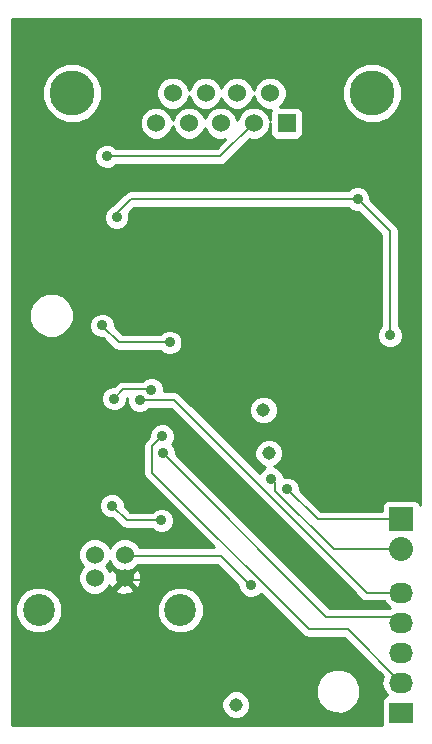
<source format=gbl>
%FSLAX46Y46*%
G04 Gerber Fmt 4.6, Leading zero omitted, Abs format (unit mm)*
G04 Created by KiCad (PCBNEW (2014-10-22 BZR 5216)-product) date Tue 10 Feb 2015 01:20:12 PM EST*
%MOMM*%
G01*
G04 APERTURE LIST*
%ADD10C,0.100000*%
%ADD11C,3.810000*%
%ADD12R,1.524000X1.524000*%
%ADD13C,1.524000*%
%ADD14R,2.032000X2.032000*%
%ADD15O,2.032000X2.032000*%
%ADD16C,2.700020*%
%ADD17R,2.032000X1.727200*%
%ADD18O,2.032000X1.727200*%
%ADD19C,1.143000*%
%ADD20C,0.889000*%
%ADD21C,0.203200*%
%ADD22C,0.254000*%
G04 APERTURE END LIST*
D10*
D11*
X155527000Y-97630000D03*
X130127000Y-97630000D03*
D12*
X148288000Y-100170000D03*
D13*
X145494000Y-100170000D03*
X142700000Y-100170000D03*
X140033000Y-100170000D03*
X137239000Y-100170000D03*
X138636000Y-97630000D03*
X141430000Y-97630000D03*
X144097000Y-97630000D03*
X146891000Y-97630000D03*
D14*
X158000000Y-133730000D03*
D15*
X158000000Y-136270000D03*
D13*
X134570000Y-136701000D03*
X132030000Y-136701000D03*
X132030000Y-138699980D03*
X134570000Y-138699980D03*
D16*
X139299480Y-141400000D03*
X127300520Y-141400000D03*
D17*
X158000000Y-150080000D03*
D18*
X158000000Y-147540000D03*
X158000000Y-145000000D03*
X158000000Y-142460000D03*
X158000000Y-139920000D03*
D19*
X143984500Y-149409000D03*
X146778500Y-128136500D03*
X146334000Y-124453500D03*
D20*
X136834400Y-122739000D03*
X133684800Y-123501000D03*
X133507000Y-132568800D03*
X137698000Y-133813400D03*
X148366000Y-131184500D03*
X132675000Y-117300000D03*
X138396500Y-118738500D03*
X145200000Y-142900000D03*
X148100000Y-143059000D03*
X137647200Y-132264000D03*
X133275000Y-114425000D03*
X143050000Y-111150000D03*
X131550000Y-130125000D03*
X145275000Y-139300000D03*
X137825000Y-128136500D03*
X137761500Y-126676000D03*
X146969000Y-130295500D03*
X133100000Y-103000000D03*
X157050000Y-118150000D03*
X154300000Y-106600000D03*
X133900000Y-108150000D03*
X135856500Y-123628000D03*
D21*
X136834400Y-122739000D02*
X136809000Y-122713600D01*
X136809000Y-122713600D02*
X134472200Y-122713600D01*
X134472200Y-122713600D02*
X133684800Y-123501000D01*
X133507000Y-132568800D02*
X134751600Y-133813400D01*
X134751600Y-133813400D02*
X137698000Y-133813400D01*
X150911500Y-133730000D02*
X148366000Y-131184500D01*
X158000000Y-133730000D02*
X150911500Y-133730000D01*
X134113500Y-118738500D02*
X132775000Y-117400000D01*
X132775000Y-117400000D02*
X132675000Y-117300000D01*
X138396500Y-118738500D02*
X134113500Y-118738500D01*
X141220980Y-138834980D02*
X145200000Y-142814000D01*
X134523000Y-138834980D02*
X141220980Y-138834980D01*
X148100000Y-143059000D02*
X148112000Y-143059000D01*
X145200000Y-142814000D02*
X145445000Y-143059000D01*
X145445000Y-143059000D02*
X148100000Y-143059000D01*
X145200000Y-142900000D02*
X145200000Y-142814000D01*
X145243000Y-142857000D02*
X145200000Y-142900000D01*
X145200000Y-142900000D02*
X145243000Y-142857000D01*
X141300000Y-114400000D02*
X141250000Y-114400000D01*
X141250000Y-114400000D02*
X133300000Y-114400000D01*
X133275000Y-114425000D02*
X133300000Y-114400000D01*
X141725000Y-114400000D02*
X141250000Y-114400000D01*
X143050000Y-113075000D02*
X143050000Y-111150000D01*
X141725000Y-114400000D02*
X143050000Y-113075000D01*
X131550000Y-130125000D02*
X131925000Y-129750000D01*
X131925000Y-129750000D02*
X135133200Y-129750000D01*
X135133200Y-129750000D02*
X137647200Y-132264000D01*
X145178500Y-139300000D02*
X142714500Y-136836000D01*
X134523000Y-136836000D02*
X142714500Y-136836000D01*
X145275000Y-139300000D02*
X145178500Y-139300000D01*
X157519500Y-141979500D02*
X158000000Y-142460000D01*
X151668000Y-141979500D02*
X137825000Y-128136500D01*
X157519500Y-141979500D02*
X151668000Y-141979500D01*
X136900000Y-127537500D02*
X137761500Y-126676000D01*
X136900000Y-129300000D02*
X136900000Y-127537500D01*
X136900000Y-129300000D02*
X136900000Y-129300000D01*
X158000000Y-147540000D02*
X157682500Y-147540000D01*
X136900000Y-129775000D02*
X150150000Y-143025000D01*
X150150000Y-143025000D02*
X153485000Y-143025000D01*
X153485000Y-143025000D02*
X158000000Y-147540000D01*
X136900000Y-129300000D02*
X136900000Y-129775000D01*
X152308500Y-136270000D02*
X147350000Y-131311500D01*
X147350000Y-130676500D02*
X147350000Y-131311500D01*
X146969000Y-130295500D02*
X147350000Y-130676500D01*
X158000000Y-136270000D02*
X152308500Y-136270000D01*
X142664000Y-103000000D02*
X145494000Y-100170000D01*
X133100000Y-103000000D02*
X142664000Y-103000000D01*
X157050000Y-111750000D02*
X157050000Y-109350000D01*
X157050000Y-118150000D02*
X157050000Y-111750000D01*
X157050000Y-109350000D02*
X154300000Y-106600000D01*
X135100000Y-106600000D02*
X154300000Y-106600000D01*
X133900000Y-108150000D02*
X133900000Y-107800000D01*
X133900000Y-107800000D02*
X135100000Y-106600000D01*
X138777500Y-123628000D02*
X135856500Y-123628000D01*
X152500000Y-137350500D02*
X138777500Y-123628000D01*
X152493500Y-137344000D02*
X152500000Y-137350500D01*
X155069500Y-139920000D02*
X154569500Y-139420000D01*
X154569500Y-139420000D02*
X152500000Y-137350500D01*
X158000000Y-139920000D02*
X155069500Y-139920000D01*
D22*
G36*
X158147000Y-145127000D02*
X158127000Y-145127000D01*
X158127000Y-145147000D01*
X157873000Y-145147000D01*
X157873000Y-145127000D01*
X157853000Y-145127000D01*
X157853000Y-144873000D01*
X157873000Y-144873000D01*
X157873000Y-144853000D01*
X158127000Y-144853000D01*
X158127000Y-144873000D01*
X158147000Y-144873000D01*
X158147000Y-145127000D01*
X158147000Y-145127000D01*
G37*
X158147000Y-145127000D02*
X158127000Y-145127000D01*
X158127000Y-145147000D01*
X157873000Y-145147000D01*
X157873000Y-145127000D01*
X157853000Y-145127000D01*
X157853000Y-144873000D01*
X157873000Y-144873000D01*
X157873000Y-144853000D01*
X158127000Y-144853000D01*
X158127000Y-144873000D01*
X158147000Y-144873000D01*
X158147000Y-145127000D01*
G36*
X159615000Y-132500779D02*
X159554327Y-132354302D01*
X159375699Y-132175673D01*
X159142310Y-132079000D01*
X158889691Y-132079000D01*
X158129687Y-132079000D01*
X158129687Y-117936216D01*
X158067440Y-117785566D01*
X158067440Y-97126979D01*
X157681563Y-96193085D01*
X156967673Y-95477948D01*
X156034454Y-95090441D01*
X155023979Y-95089560D01*
X154090085Y-95475437D01*
X153374948Y-96189327D01*
X152987441Y-97122546D01*
X152986560Y-98133021D01*
X153372437Y-99066915D01*
X154086327Y-99782052D01*
X155019546Y-100169559D01*
X156030021Y-100170440D01*
X156963915Y-99784563D01*
X157679052Y-99070673D01*
X158066559Y-98137454D01*
X158067440Y-97126979D01*
X158067440Y-117785566D01*
X157965689Y-117539311D01*
X157786600Y-117359909D01*
X157786600Y-111750000D01*
X157786600Y-109350000D01*
X157730530Y-109068115D01*
X157570855Y-108829145D01*
X155379467Y-106637757D01*
X155379687Y-106386216D01*
X155215689Y-105989311D01*
X154912286Y-105685378D01*
X154515668Y-105520687D01*
X154086216Y-105520313D01*
X153689311Y-105684311D01*
X153509909Y-105863400D01*
X149685000Y-105863400D01*
X149685000Y-101058310D01*
X149685000Y-100805691D01*
X149685000Y-99281691D01*
X149588327Y-99048302D01*
X149409699Y-98869673D01*
X149176310Y-98773000D01*
X148923691Y-98773000D01*
X147723386Y-98773000D01*
X148074629Y-98422370D01*
X148287757Y-97909100D01*
X148288242Y-97353339D01*
X148076010Y-96839697D01*
X147683370Y-96446371D01*
X147170100Y-96233243D01*
X146614339Y-96232758D01*
X146100697Y-96444990D01*
X145707371Y-96837630D01*
X145494243Y-97350900D01*
X145494240Y-97353336D01*
X145282010Y-96839697D01*
X144889370Y-96446371D01*
X144376100Y-96233243D01*
X143820339Y-96232758D01*
X143306697Y-96444990D01*
X142913371Y-96837630D01*
X142763394Y-97198814D01*
X142615010Y-96839697D01*
X142222370Y-96446371D01*
X141709100Y-96233243D01*
X141153339Y-96232758D01*
X140639697Y-96444990D01*
X140246371Y-96837630D01*
X140033243Y-97350900D01*
X140033240Y-97353336D01*
X139821010Y-96839697D01*
X139428370Y-96446371D01*
X138915100Y-96233243D01*
X138359339Y-96232758D01*
X137845697Y-96444990D01*
X137452371Y-96837630D01*
X137239243Y-97350900D01*
X137238758Y-97906661D01*
X137450990Y-98420303D01*
X137843630Y-98813629D01*
X138356900Y-99026757D01*
X138912661Y-99027242D01*
X139426303Y-98815010D01*
X139819629Y-98422370D01*
X140032757Y-97909100D01*
X140032759Y-97906663D01*
X140244990Y-98420303D01*
X140637630Y-98813629D01*
X141150900Y-99026757D01*
X141706661Y-99027242D01*
X142220303Y-98815010D01*
X142613629Y-98422370D01*
X142763605Y-98061185D01*
X142911990Y-98420303D01*
X143304630Y-98813629D01*
X143817900Y-99026757D01*
X144373661Y-99027242D01*
X144887303Y-98815010D01*
X145280629Y-98422370D01*
X145493757Y-97909100D01*
X145493759Y-97906663D01*
X145705990Y-98420303D01*
X146098630Y-98813629D01*
X146611900Y-99026757D01*
X147008870Y-99027103D01*
X146987673Y-99048301D01*
X146891000Y-99281690D01*
X146891000Y-99534309D01*
X146891000Y-99892753D01*
X146679010Y-99379697D01*
X146286370Y-98986371D01*
X145773100Y-98773243D01*
X145217339Y-98772758D01*
X144703697Y-98984990D01*
X144310371Y-99377630D01*
X144097243Y-99890900D01*
X144097240Y-99893336D01*
X143885010Y-99379697D01*
X143492370Y-98986371D01*
X142979100Y-98773243D01*
X142423339Y-98772758D01*
X141909697Y-98984990D01*
X141516371Y-99377630D01*
X141366394Y-99738814D01*
X141218010Y-99379697D01*
X140825370Y-98986371D01*
X140312100Y-98773243D01*
X139756339Y-98772758D01*
X139242697Y-98984990D01*
X138849371Y-99377630D01*
X138636243Y-99890900D01*
X138636240Y-99893336D01*
X138424010Y-99379697D01*
X138031370Y-98986371D01*
X137518100Y-98773243D01*
X136962339Y-98772758D01*
X136448697Y-98984990D01*
X136055371Y-99377630D01*
X135842243Y-99890900D01*
X135841758Y-100446661D01*
X136053990Y-100960303D01*
X136446630Y-101353629D01*
X136959900Y-101566757D01*
X137515661Y-101567242D01*
X138029303Y-101355010D01*
X138422629Y-100962370D01*
X138635757Y-100449100D01*
X138635759Y-100446663D01*
X138847990Y-100960303D01*
X139240630Y-101353629D01*
X139753900Y-101566757D01*
X140309661Y-101567242D01*
X140823303Y-101355010D01*
X141216629Y-100962370D01*
X141366605Y-100601185D01*
X141514990Y-100960303D01*
X141907630Y-101353629D01*
X142420900Y-101566757D01*
X142976661Y-101567242D01*
X143110242Y-101512047D01*
X142358890Y-102263400D01*
X133889997Y-102263400D01*
X133712286Y-102085378D01*
X133315668Y-101920687D01*
X132886216Y-101920313D01*
X132667440Y-102010709D01*
X132667440Y-97126979D01*
X132281563Y-96193085D01*
X131567673Y-95477948D01*
X130634454Y-95090441D01*
X129623979Y-95089560D01*
X128690085Y-95475437D01*
X127974948Y-96189327D01*
X127587441Y-97122546D01*
X127586560Y-98133021D01*
X127972437Y-99066915D01*
X128686327Y-99782052D01*
X129619546Y-100169559D01*
X130630021Y-100170440D01*
X131563915Y-99784563D01*
X132279052Y-99070673D01*
X132666559Y-98137454D01*
X132667440Y-97126979D01*
X132667440Y-102010709D01*
X132489311Y-102084311D01*
X132185378Y-102387714D01*
X132020687Y-102784332D01*
X132020313Y-103213784D01*
X132184311Y-103610689D01*
X132487714Y-103914622D01*
X132884332Y-104079313D01*
X133313784Y-104079687D01*
X133710689Y-103915689D01*
X133890090Y-103736600D01*
X142664000Y-103736600D01*
X142945885Y-103680530D01*
X143184855Y-103520855D01*
X145161236Y-101544473D01*
X145214900Y-101566757D01*
X145770661Y-101567242D01*
X146284303Y-101355010D01*
X146677629Y-100962370D01*
X146890757Y-100449100D01*
X146891000Y-100170646D01*
X146891000Y-101058309D01*
X146987673Y-101291698D01*
X147166301Y-101470327D01*
X147399690Y-101567000D01*
X147652309Y-101567000D01*
X149176309Y-101567000D01*
X149409698Y-101470327D01*
X149588327Y-101291699D01*
X149685000Y-101058310D01*
X149685000Y-105863400D01*
X135100000Y-105863400D01*
X134818115Y-105919470D01*
X134579145Y-106079145D01*
X133518803Y-107139486D01*
X133289311Y-107234311D01*
X132985378Y-107537714D01*
X132820687Y-107934332D01*
X132820313Y-108363784D01*
X132984311Y-108760689D01*
X133287714Y-109064622D01*
X133684332Y-109229313D01*
X134113784Y-109229687D01*
X134510689Y-109065689D01*
X134814622Y-108762286D01*
X134979313Y-108365668D01*
X134979687Y-107936216D01*
X134928756Y-107812953D01*
X135405110Y-107336600D01*
X153510002Y-107336600D01*
X153687714Y-107514622D01*
X154084332Y-107679313D01*
X154337823Y-107679533D01*
X156313400Y-109655110D01*
X156313400Y-111750000D01*
X156313400Y-117360002D01*
X156135378Y-117537714D01*
X155970687Y-117934332D01*
X155970313Y-118363784D01*
X156134311Y-118760689D01*
X156437714Y-119064622D01*
X156834332Y-119229313D01*
X157263784Y-119229687D01*
X157660689Y-119065689D01*
X157964622Y-118762286D01*
X158129313Y-118365668D01*
X158129687Y-117936216D01*
X158129687Y-132079000D01*
X156857691Y-132079000D01*
X156624302Y-132175673D01*
X156445673Y-132354301D01*
X156349000Y-132587690D01*
X156349000Y-132840309D01*
X156349000Y-132993400D01*
X151216610Y-132993400D01*
X149445467Y-131222257D01*
X149445687Y-130970716D01*
X149281689Y-130573811D01*
X148978286Y-130269878D01*
X148581668Y-130105187D01*
X148152216Y-130104813D01*
X148048629Y-130147614D01*
X148048687Y-130081716D01*
X147884689Y-129684811D01*
X147581286Y-129380878D01*
X147254587Y-129245220D01*
X147461035Y-129159918D01*
X147800725Y-128820820D01*
X147984790Y-128377541D01*
X147985209Y-127897565D01*
X147801918Y-127453965D01*
X147540709Y-127192299D01*
X147540709Y-124214565D01*
X147357418Y-123770965D01*
X147018320Y-123431275D01*
X146575041Y-123247210D01*
X146095065Y-123246791D01*
X145651465Y-123430082D01*
X145311775Y-123769180D01*
X145127710Y-124212459D01*
X145127291Y-124692435D01*
X145310582Y-125136035D01*
X145649680Y-125475725D01*
X146092959Y-125659790D01*
X146572935Y-125660209D01*
X147016535Y-125476918D01*
X147356225Y-125137820D01*
X147540290Y-124694541D01*
X147540709Y-124214565D01*
X147540709Y-127192299D01*
X147462820Y-127114275D01*
X147019541Y-126930210D01*
X146539565Y-126929791D01*
X146095965Y-127113082D01*
X145756275Y-127452180D01*
X145572210Y-127895459D01*
X145571791Y-128375435D01*
X145755082Y-128819035D01*
X146094180Y-129158725D01*
X146492794Y-129324243D01*
X146358311Y-129379811D01*
X146054378Y-129683214D01*
X146001578Y-129810368D01*
X139476187Y-123284977D01*
X139476187Y-118524716D01*
X139312189Y-118127811D01*
X139008786Y-117823878D01*
X138612168Y-117659187D01*
X138182716Y-117658813D01*
X137785811Y-117822811D01*
X137606409Y-118001900D01*
X134418609Y-118001900D01*
X133754467Y-117337757D01*
X133754687Y-117086216D01*
X133590689Y-116689311D01*
X133287286Y-116385378D01*
X132890668Y-116220687D01*
X132461216Y-116220313D01*
X132064311Y-116384311D01*
X131760378Y-116687714D01*
X131595687Y-117084332D01*
X131595313Y-117513784D01*
X131759311Y-117910689D01*
X132062714Y-118214622D01*
X132459332Y-118379313D01*
X132712823Y-118379533D01*
X133592645Y-119259355D01*
X133831615Y-119419030D01*
X133831616Y-119419030D01*
X134113500Y-119475100D01*
X137606502Y-119475100D01*
X137784214Y-119653122D01*
X138180832Y-119817813D01*
X138610284Y-119818187D01*
X139007189Y-119654189D01*
X139311122Y-119350786D01*
X139475813Y-118954168D01*
X139476187Y-118524716D01*
X139476187Y-123284977D01*
X139298355Y-123107145D01*
X139059385Y-122947470D01*
X138777500Y-122891400D01*
X137913768Y-122891400D01*
X137914087Y-122525216D01*
X137750089Y-122128311D01*
X137446686Y-121824378D01*
X137050068Y-121659687D01*
X136620616Y-121659313D01*
X136223711Y-121823311D01*
X136069753Y-121977000D01*
X134472200Y-121977000D01*
X134190315Y-122033070D01*
X133951345Y-122192745D01*
X133722557Y-122421532D01*
X133471016Y-122421313D01*
X133074111Y-122585311D01*
X132770178Y-122888714D01*
X132605487Y-123285332D01*
X132605113Y-123714784D01*
X132769111Y-124111689D01*
X133072514Y-124415622D01*
X133469132Y-124580313D01*
X133898584Y-124580687D01*
X134295489Y-124416689D01*
X134599422Y-124113286D01*
X134764113Y-123716668D01*
X134764333Y-123463176D01*
X134777153Y-123450356D01*
X134776813Y-123841784D01*
X134940811Y-124238689D01*
X135244214Y-124542622D01*
X135640832Y-124707313D01*
X136070284Y-124707687D01*
X136467189Y-124543689D01*
X136646590Y-124364600D01*
X138472390Y-124364600D01*
X151972644Y-137864854D01*
X151972645Y-137864855D01*
X151979145Y-137871355D01*
X154048645Y-139940855D01*
X154548645Y-140440855D01*
X154787615Y-140600530D01*
X154787616Y-140600530D01*
X155069500Y-140656600D01*
X156539716Y-140656600D01*
X156755585Y-140979670D01*
X157070365Y-141190000D01*
X156991195Y-141242900D01*
X151973110Y-141242900D01*
X138904467Y-128174257D01*
X138904687Y-127922716D01*
X138740689Y-127525811D01*
X138589699Y-127374557D01*
X138676122Y-127288286D01*
X138840813Y-126891668D01*
X138841187Y-126462216D01*
X138677189Y-126065311D01*
X138373786Y-125761378D01*
X137977168Y-125596687D01*
X137547716Y-125596313D01*
X137150811Y-125760311D01*
X136846878Y-126063714D01*
X136682187Y-126460332D01*
X136681966Y-126713823D01*
X136379145Y-127016645D01*
X136219470Y-127255615D01*
X136163400Y-127537500D01*
X136163400Y-129300000D01*
X136163400Y-129775000D01*
X136219470Y-130056885D01*
X136379145Y-130295855D01*
X142182690Y-136099400D01*
X138777687Y-136099400D01*
X138777687Y-133599616D01*
X138613689Y-133202711D01*
X138310286Y-132898778D01*
X137913668Y-132734087D01*
X137484216Y-132733713D01*
X137087311Y-132897711D01*
X136907909Y-133076800D01*
X135056710Y-133076800D01*
X134586467Y-132606557D01*
X134586687Y-132355016D01*
X134422689Y-131958111D01*
X134119286Y-131654178D01*
X133722668Y-131489487D01*
X133293216Y-131489113D01*
X132896311Y-131653111D01*
X132592378Y-131956514D01*
X132427687Y-132353132D01*
X132427313Y-132782584D01*
X132591311Y-133179489D01*
X132894714Y-133483422D01*
X133291332Y-133648113D01*
X133544823Y-133648333D01*
X134230745Y-134334255D01*
X134469715Y-134493930D01*
X134751600Y-134550000D01*
X136908002Y-134550000D01*
X137085714Y-134728022D01*
X137482332Y-134892713D01*
X137911784Y-134893087D01*
X138308689Y-134729089D01*
X138612622Y-134425686D01*
X138777313Y-134029068D01*
X138777687Y-133599616D01*
X138777687Y-136099400D01*
X135832980Y-136099400D01*
X135755010Y-135910697D01*
X135362370Y-135517371D01*
X134849100Y-135304243D01*
X134293339Y-135303758D01*
X133779697Y-135515990D01*
X133386371Y-135908630D01*
X133300050Y-136116512D01*
X133215010Y-135910697D01*
X132822370Y-135517371D01*
X132309100Y-135304243D01*
X131753339Y-135303758D01*
X131239697Y-135515990D01*
X130846371Y-135908630D01*
X130633243Y-136421900D01*
X130632758Y-136977661D01*
X130844990Y-137491303D01*
X131053832Y-137700510D01*
X130846371Y-137907610D01*
X130633243Y-138420880D01*
X130632758Y-138976641D01*
X130844990Y-139490283D01*
X131237630Y-139883609D01*
X131750900Y-140096737D01*
X132306661Y-140097222D01*
X132820303Y-139884990D01*
X133213629Y-139492350D01*
X133293394Y-139300252D01*
X133347603Y-139431123D01*
X133589787Y-139500588D01*
X134390395Y-138699980D01*
X133589787Y-137899372D01*
X133347603Y-137968837D01*
X133297491Y-138109297D01*
X133215010Y-137909677D01*
X133006167Y-137700469D01*
X133213629Y-137493370D01*
X133299949Y-137285487D01*
X133384990Y-137491303D01*
X133777630Y-137884629D01*
X134045471Y-137995846D01*
X134570000Y-138520375D01*
X135094564Y-137995810D01*
X135360303Y-137886010D01*
X135674260Y-137572600D01*
X142409390Y-137572600D01*
X144195448Y-139358658D01*
X144195313Y-139513784D01*
X144359311Y-139910689D01*
X144662714Y-140214622D01*
X145059332Y-140379313D01*
X145488784Y-140379687D01*
X145885689Y-140215689D01*
X146092514Y-140009224D01*
X149629145Y-143545855D01*
X149868115Y-143705530D01*
X149868116Y-143705530D01*
X150150000Y-143761600D01*
X153179889Y-143761600D01*
X156423109Y-147004819D01*
X156316655Y-147540000D01*
X156430729Y-148113489D01*
X156755585Y-148599670D01*
X156777780Y-148614500D01*
X156624302Y-148678073D01*
X156445673Y-148856701D01*
X156349000Y-149090090D01*
X156349000Y-149342709D01*
X156349000Y-151069909D01*
X156367677Y-151115000D01*
X154535006Y-151115000D01*
X154535006Y-147901759D01*
X154248686Y-147208809D01*
X153718979Y-146678178D01*
X153026531Y-146390648D01*
X152276759Y-146389994D01*
X151583809Y-146676314D01*
X151053178Y-147206021D01*
X150765648Y-147898469D01*
X150764994Y-148648241D01*
X151051314Y-149341191D01*
X151581021Y-149871822D01*
X152273469Y-150159352D01*
X153023241Y-150160006D01*
X153716191Y-149873686D01*
X154246822Y-149343979D01*
X154534352Y-148651531D01*
X154535006Y-147901759D01*
X154535006Y-151115000D01*
X145191209Y-151115000D01*
X145191209Y-149170065D01*
X145007918Y-148726465D01*
X144668820Y-148386775D01*
X144225541Y-148202710D01*
X143745565Y-148202291D01*
X143301965Y-148385582D01*
X142962275Y-148724680D01*
X142778210Y-149167959D01*
X142777791Y-149647935D01*
X142961082Y-150091535D01*
X143300180Y-150431225D01*
X143743459Y-150615290D01*
X144223435Y-150615709D01*
X144667035Y-150432418D01*
X145006725Y-150093320D01*
X145190790Y-149650041D01*
X145191209Y-149170065D01*
X145191209Y-151115000D01*
X141284834Y-151115000D01*
X141284834Y-141006889D01*
X140983271Y-140277051D01*
X140425366Y-139718171D01*
X139696055Y-139415335D01*
X138906369Y-139414646D01*
X138176531Y-139716209D01*
X137617651Y-140274114D01*
X137314815Y-141003425D01*
X137314126Y-141793111D01*
X137615689Y-142522949D01*
X138173594Y-143081829D01*
X138902905Y-143384665D01*
X139692591Y-143385354D01*
X140422429Y-143083791D01*
X140981309Y-142525886D01*
X141284145Y-141796575D01*
X141284834Y-141006889D01*
X141284834Y-151115000D01*
X135979144Y-151115000D01*
X135979144Y-138907678D01*
X135951362Y-138352612D01*
X135792397Y-137968837D01*
X135550213Y-137899372D01*
X134749605Y-138699980D01*
X135550213Y-139500588D01*
X135792397Y-139431123D01*
X135979144Y-138907678D01*
X135979144Y-151115000D01*
X135370608Y-151115000D01*
X135370608Y-139680193D01*
X134570000Y-138879585D01*
X133769392Y-139680193D01*
X133838857Y-139922377D01*
X134362302Y-140109124D01*
X134917368Y-140081342D01*
X135301143Y-139922377D01*
X135370608Y-139680193D01*
X135370608Y-151115000D01*
X130260006Y-151115000D01*
X130260006Y-116076759D01*
X129973686Y-115383809D01*
X129443979Y-114853178D01*
X128751531Y-114565648D01*
X128001759Y-114564994D01*
X127308809Y-114851314D01*
X126778178Y-115381021D01*
X126490648Y-116073469D01*
X126489994Y-116823241D01*
X126776314Y-117516191D01*
X127306021Y-118046822D01*
X127998469Y-118334352D01*
X128748241Y-118335006D01*
X129441191Y-118048686D01*
X129971822Y-117518979D01*
X130259352Y-116826531D01*
X130260006Y-116076759D01*
X130260006Y-151115000D01*
X129285874Y-151115000D01*
X129285874Y-141006889D01*
X128984311Y-140277051D01*
X128426406Y-139718171D01*
X127697095Y-139415335D01*
X126907409Y-139414646D01*
X126177571Y-139716209D01*
X125618691Y-140274114D01*
X125315855Y-141003425D01*
X125315166Y-141793111D01*
X125616729Y-142522949D01*
X126174634Y-143081829D01*
X126903945Y-143384665D01*
X127693631Y-143385354D01*
X128423469Y-143083791D01*
X128982349Y-142525886D01*
X129285185Y-141796575D01*
X129285874Y-141006889D01*
X129285874Y-151115000D01*
X125027000Y-151115000D01*
X125027000Y-91385000D01*
X159615000Y-91385000D01*
X159615000Y-132500779D01*
X159615000Y-132500779D01*
G37*
X159615000Y-132500779D02*
X159554327Y-132354302D01*
X159375699Y-132175673D01*
X159142310Y-132079000D01*
X158889691Y-132079000D01*
X158129687Y-132079000D01*
X158129687Y-117936216D01*
X158067440Y-117785566D01*
X158067440Y-97126979D01*
X157681563Y-96193085D01*
X156967673Y-95477948D01*
X156034454Y-95090441D01*
X155023979Y-95089560D01*
X154090085Y-95475437D01*
X153374948Y-96189327D01*
X152987441Y-97122546D01*
X152986560Y-98133021D01*
X153372437Y-99066915D01*
X154086327Y-99782052D01*
X155019546Y-100169559D01*
X156030021Y-100170440D01*
X156963915Y-99784563D01*
X157679052Y-99070673D01*
X158066559Y-98137454D01*
X158067440Y-97126979D01*
X158067440Y-117785566D01*
X157965689Y-117539311D01*
X157786600Y-117359909D01*
X157786600Y-111750000D01*
X157786600Y-109350000D01*
X157730530Y-109068115D01*
X157570855Y-108829145D01*
X155379467Y-106637757D01*
X155379687Y-106386216D01*
X155215689Y-105989311D01*
X154912286Y-105685378D01*
X154515668Y-105520687D01*
X154086216Y-105520313D01*
X153689311Y-105684311D01*
X153509909Y-105863400D01*
X149685000Y-105863400D01*
X149685000Y-101058310D01*
X149685000Y-100805691D01*
X149685000Y-99281691D01*
X149588327Y-99048302D01*
X149409699Y-98869673D01*
X149176310Y-98773000D01*
X148923691Y-98773000D01*
X147723386Y-98773000D01*
X148074629Y-98422370D01*
X148287757Y-97909100D01*
X148288242Y-97353339D01*
X148076010Y-96839697D01*
X147683370Y-96446371D01*
X147170100Y-96233243D01*
X146614339Y-96232758D01*
X146100697Y-96444990D01*
X145707371Y-96837630D01*
X145494243Y-97350900D01*
X145494240Y-97353336D01*
X145282010Y-96839697D01*
X144889370Y-96446371D01*
X144376100Y-96233243D01*
X143820339Y-96232758D01*
X143306697Y-96444990D01*
X142913371Y-96837630D01*
X142763394Y-97198814D01*
X142615010Y-96839697D01*
X142222370Y-96446371D01*
X141709100Y-96233243D01*
X141153339Y-96232758D01*
X140639697Y-96444990D01*
X140246371Y-96837630D01*
X140033243Y-97350900D01*
X140033240Y-97353336D01*
X139821010Y-96839697D01*
X139428370Y-96446371D01*
X138915100Y-96233243D01*
X138359339Y-96232758D01*
X137845697Y-96444990D01*
X137452371Y-96837630D01*
X137239243Y-97350900D01*
X137238758Y-97906661D01*
X137450990Y-98420303D01*
X137843630Y-98813629D01*
X138356900Y-99026757D01*
X138912661Y-99027242D01*
X139426303Y-98815010D01*
X139819629Y-98422370D01*
X140032757Y-97909100D01*
X140032759Y-97906663D01*
X140244990Y-98420303D01*
X140637630Y-98813629D01*
X141150900Y-99026757D01*
X141706661Y-99027242D01*
X142220303Y-98815010D01*
X142613629Y-98422370D01*
X142763605Y-98061185D01*
X142911990Y-98420303D01*
X143304630Y-98813629D01*
X143817900Y-99026757D01*
X144373661Y-99027242D01*
X144887303Y-98815010D01*
X145280629Y-98422370D01*
X145493757Y-97909100D01*
X145493759Y-97906663D01*
X145705990Y-98420303D01*
X146098630Y-98813629D01*
X146611900Y-99026757D01*
X147008870Y-99027103D01*
X146987673Y-99048301D01*
X146891000Y-99281690D01*
X146891000Y-99534309D01*
X146891000Y-99892753D01*
X146679010Y-99379697D01*
X146286370Y-98986371D01*
X145773100Y-98773243D01*
X145217339Y-98772758D01*
X144703697Y-98984990D01*
X144310371Y-99377630D01*
X144097243Y-99890900D01*
X144097240Y-99893336D01*
X143885010Y-99379697D01*
X143492370Y-98986371D01*
X142979100Y-98773243D01*
X142423339Y-98772758D01*
X141909697Y-98984990D01*
X141516371Y-99377630D01*
X141366394Y-99738814D01*
X141218010Y-99379697D01*
X140825370Y-98986371D01*
X140312100Y-98773243D01*
X139756339Y-98772758D01*
X139242697Y-98984990D01*
X138849371Y-99377630D01*
X138636243Y-99890900D01*
X138636240Y-99893336D01*
X138424010Y-99379697D01*
X138031370Y-98986371D01*
X137518100Y-98773243D01*
X136962339Y-98772758D01*
X136448697Y-98984990D01*
X136055371Y-99377630D01*
X135842243Y-99890900D01*
X135841758Y-100446661D01*
X136053990Y-100960303D01*
X136446630Y-101353629D01*
X136959900Y-101566757D01*
X137515661Y-101567242D01*
X138029303Y-101355010D01*
X138422629Y-100962370D01*
X138635757Y-100449100D01*
X138635759Y-100446663D01*
X138847990Y-100960303D01*
X139240630Y-101353629D01*
X139753900Y-101566757D01*
X140309661Y-101567242D01*
X140823303Y-101355010D01*
X141216629Y-100962370D01*
X141366605Y-100601185D01*
X141514990Y-100960303D01*
X141907630Y-101353629D01*
X142420900Y-101566757D01*
X142976661Y-101567242D01*
X143110242Y-101512047D01*
X142358890Y-102263400D01*
X133889997Y-102263400D01*
X133712286Y-102085378D01*
X133315668Y-101920687D01*
X132886216Y-101920313D01*
X132667440Y-102010709D01*
X132667440Y-97126979D01*
X132281563Y-96193085D01*
X131567673Y-95477948D01*
X130634454Y-95090441D01*
X129623979Y-95089560D01*
X128690085Y-95475437D01*
X127974948Y-96189327D01*
X127587441Y-97122546D01*
X127586560Y-98133021D01*
X127972437Y-99066915D01*
X128686327Y-99782052D01*
X129619546Y-100169559D01*
X130630021Y-100170440D01*
X131563915Y-99784563D01*
X132279052Y-99070673D01*
X132666559Y-98137454D01*
X132667440Y-97126979D01*
X132667440Y-102010709D01*
X132489311Y-102084311D01*
X132185378Y-102387714D01*
X132020687Y-102784332D01*
X132020313Y-103213784D01*
X132184311Y-103610689D01*
X132487714Y-103914622D01*
X132884332Y-104079313D01*
X133313784Y-104079687D01*
X133710689Y-103915689D01*
X133890090Y-103736600D01*
X142664000Y-103736600D01*
X142945885Y-103680530D01*
X143184855Y-103520855D01*
X145161236Y-101544473D01*
X145214900Y-101566757D01*
X145770661Y-101567242D01*
X146284303Y-101355010D01*
X146677629Y-100962370D01*
X146890757Y-100449100D01*
X146891000Y-100170646D01*
X146891000Y-101058309D01*
X146987673Y-101291698D01*
X147166301Y-101470327D01*
X147399690Y-101567000D01*
X147652309Y-101567000D01*
X149176309Y-101567000D01*
X149409698Y-101470327D01*
X149588327Y-101291699D01*
X149685000Y-101058310D01*
X149685000Y-105863400D01*
X135100000Y-105863400D01*
X134818115Y-105919470D01*
X134579145Y-106079145D01*
X133518803Y-107139486D01*
X133289311Y-107234311D01*
X132985378Y-107537714D01*
X132820687Y-107934332D01*
X132820313Y-108363784D01*
X132984311Y-108760689D01*
X133287714Y-109064622D01*
X133684332Y-109229313D01*
X134113784Y-109229687D01*
X134510689Y-109065689D01*
X134814622Y-108762286D01*
X134979313Y-108365668D01*
X134979687Y-107936216D01*
X134928756Y-107812953D01*
X135405110Y-107336600D01*
X153510002Y-107336600D01*
X153687714Y-107514622D01*
X154084332Y-107679313D01*
X154337823Y-107679533D01*
X156313400Y-109655110D01*
X156313400Y-111750000D01*
X156313400Y-117360002D01*
X156135378Y-117537714D01*
X155970687Y-117934332D01*
X155970313Y-118363784D01*
X156134311Y-118760689D01*
X156437714Y-119064622D01*
X156834332Y-119229313D01*
X157263784Y-119229687D01*
X157660689Y-119065689D01*
X157964622Y-118762286D01*
X158129313Y-118365668D01*
X158129687Y-117936216D01*
X158129687Y-132079000D01*
X156857691Y-132079000D01*
X156624302Y-132175673D01*
X156445673Y-132354301D01*
X156349000Y-132587690D01*
X156349000Y-132840309D01*
X156349000Y-132993400D01*
X151216610Y-132993400D01*
X149445467Y-131222257D01*
X149445687Y-130970716D01*
X149281689Y-130573811D01*
X148978286Y-130269878D01*
X148581668Y-130105187D01*
X148152216Y-130104813D01*
X148048629Y-130147614D01*
X148048687Y-130081716D01*
X147884689Y-129684811D01*
X147581286Y-129380878D01*
X147254587Y-129245220D01*
X147461035Y-129159918D01*
X147800725Y-128820820D01*
X147984790Y-128377541D01*
X147985209Y-127897565D01*
X147801918Y-127453965D01*
X147540709Y-127192299D01*
X147540709Y-124214565D01*
X147357418Y-123770965D01*
X147018320Y-123431275D01*
X146575041Y-123247210D01*
X146095065Y-123246791D01*
X145651465Y-123430082D01*
X145311775Y-123769180D01*
X145127710Y-124212459D01*
X145127291Y-124692435D01*
X145310582Y-125136035D01*
X145649680Y-125475725D01*
X146092959Y-125659790D01*
X146572935Y-125660209D01*
X147016535Y-125476918D01*
X147356225Y-125137820D01*
X147540290Y-124694541D01*
X147540709Y-124214565D01*
X147540709Y-127192299D01*
X147462820Y-127114275D01*
X147019541Y-126930210D01*
X146539565Y-126929791D01*
X146095965Y-127113082D01*
X145756275Y-127452180D01*
X145572210Y-127895459D01*
X145571791Y-128375435D01*
X145755082Y-128819035D01*
X146094180Y-129158725D01*
X146492794Y-129324243D01*
X146358311Y-129379811D01*
X146054378Y-129683214D01*
X146001578Y-129810368D01*
X139476187Y-123284977D01*
X139476187Y-118524716D01*
X139312189Y-118127811D01*
X139008786Y-117823878D01*
X138612168Y-117659187D01*
X138182716Y-117658813D01*
X137785811Y-117822811D01*
X137606409Y-118001900D01*
X134418609Y-118001900D01*
X133754467Y-117337757D01*
X133754687Y-117086216D01*
X133590689Y-116689311D01*
X133287286Y-116385378D01*
X132890668Y-116220687D01*
X132461216Y-116220313D01*
X132064311Y-116384311D01*
X131760378Y-116687714D01*
X131595687Y-117084332D01*
X131595313Y-117513784D01*
X131759311Y-117910689D01*
X132062714Y-118214622D01*
X132459332Y-118379313D01*
X132712823Y-118379533D01*
X133592645Y-119259355D01*
X133831615Y-119419030D01*
X133831616Y-119419030D01*
X134113500Y-119475100D01*
X137606502Y-119475100D01*
X137784214Y-119653122D01*
X138180832Y-119817813D01*
X138610284Y-119818187D01*
X139007189Y-119654189D01*
X139311122Y-119350786D01*
X139475813Y-118954168D01*
X139476187Y-118524716D01*
X139476187Y-123284977D01*
X139298355Y-123107145D01*
X139059385Y-122947470D01*
X138777500Y-122891400D01*
X137913768Y-122891400D01*
X137914087Y-122525216D01*
X137750089Y-122128311D01*
X137446686Y-121824378D01*
X137050068Y-121659687D01*
X136620616Y-121659313D01*
X136223711Y-121823311D01*
X136069753Y-121977000D01*
X134472200Y-121977000D01*
X134190315Y-122033070D01*
X133951345Y-122192745D01*
X133722557Y-122421532D01*
X133471016Y-122421313D01*
X133074111Y-122585311D01*
X132770178Y-122888714D01*
X132605487Y-123285332D01*
X132605113Y-123714784D01*
X132769111Y-124111689D01*
X133072514Y-124415622D01*
X133469132Y-124580313D01*
X133898584Y-124580687D01*
X134295489Y-124416689D01*
X134599422Y-124113286D01*
X134764113Y-123716668D01*
X134764333Y-123463176D01*
X134777153Y-123450356D01*
X134776813Y-123841784D01*
X134940811Y-124238689D01*
X135244214Y-124542622D01*
X135640832Y-124707313D01*
X136070284Y-124707687D01*
X136467189Y-124543689D01*
X136646590Y-124364600D01*
X138472390Y-124364600D01*
X151972644Y-137864854D01*
X151972645Y-137864855D01*
X151979145Y-137871355D01*
X154048645Y-139940855D01*
X154548645Y-140440855D01*
X154787615Y-140600530D01*
X154787616Y-140600530D01*
X155069500Y-140656600D01*
X156539716Y-140656600D01*
X156755585Y-140979670D01*
X157070365Y-141190000D01*
X156991195Y-141242900D01*
X151973110Y-141242900D01*
X138904467Y-128174257D01*
X138904687Y-127922716D01*
X138740689Y-127525811D01*
X138589699Y-127374557D01*
X138676122Y-127288286D01*
X138840813Y-126891668D01*
X138841187Y-126462216D01*
X138677189Y-126065311D01*
X138373786Y-125761378D01*
X137977168Y-125596687D01*
X137547716Y-125596313D01*
X137150811Y-125760311D01*
X136846878Y-126063714D01*
X136682187Y-126460332D01*
X136681966Y-126713823D01*
X136379145Y-127016645D01*
X136219470Y-127255615D01*
X136163400Y-127537500D01*
X136163400Y-129300000D01*
X136163400Y-129775000D01*
X136219470Y-130056885D01*
X136379145Y-130295855D01*
X142182690Y-136099400D01*
X138777687Y-136099400D01*
X138777687Y-133599616D01*
X138613689Y-133202711D01*
X138310286Y-132898778D01*
X137913668Y-132734087D01*
X137484216Y-132733713D01*
X137087311Y-132897711D01*
X136907909Y-133076800D01*
X135056710Y-133076800D01*
X134586467Y-132606557D01*
X134586687Y-132355016D01*
X134422689Y-131958111D01*
X134119286Y-131654178D01*
X133722668Y-131489487D01*
X133293216Y-131489113D01*
X132896311Y-131653111D01*
X132592378Y-131956514D01*
X132427687Y-132353132D01*
X132427313Y-132782584D01*
X132591311Y-133179489D01*
X132894714Y-133483422D01*
X133291332Y-133648113D01*
X133544823Y-133648333D01*
X134230745Y-134334255D01*
X134469715Y-134493930D01*
X134751600Y-134550000D01*
X136908002Y-134550000D01*
X137085714Y-134728022D01*
X137482332Y-134892713D01*
X137911784Y-134893087D01*
X138308689Y-134729089D01*
X138612622Y-134425686D01*
X138777313Y-134029068D01*
X138777687Y-133599616D01*
X138777687Y-136099400D01*
X135832980Y-136099400D01*
X135755010Y-135910697D01*
X135362370Y-135517371D01*
X134849100Y-135304243D01*
X134293339Y-135303758D01*
X133779697Y-135515990D01*
X133386371Y-135908630D01*
X133300050Y-136116512D01*
X133215010Y-135910697D01*
X132822370Y-135517371D01*
X132309100Y-135304243D01*
X131753339Y-135303758D01*
X131239697Y-135515990D01*
X130846371Y-135908630D01*
X130633243Y-136421900D01*
X130632758Y-136977661D01*
X130844990Y-137491303D01*
X131053832Y-137700510D01*
X130846371Y-137907610D01*
X130633243Y-138420880D01*
X130632758Y-138976641D01*
X130844990Y-139490283D01*
X131237630Y-139883609D01*
X131750900Y-140096737D01*
X132306661Y-140097222D01*
X132820303Y-139884990D01*
X133213629Y-139492350D01*
X133293394Y-139300252D01*
X133347603Y-139431123D01*
X133589787Y-139500588D01*
X134390395Y-138699980D01*
X133589787Y-137899372D01*
X133347603Y-137968837D01*
X133297491Y-138109297D01*
X133215010Y-137909677D01*
X133006167Y-137700469D01*
X133213629Y-137493370D01*
X133299949Y-137285487D01*
X133384990Y-137491303D01*
X133777630Y-137884629D01*
X134045471Y-137995846D01*
X134570000Y-138520375D01*
X135094564Y-137995810D01*
X135360303Y-137886010D01*
X135674260Y-137572600D01*
X142409390Y-137572600D01*
X144195448Y-139358658D01*
X144195313Y-139513784D01*
X144359311Y-139910689D01*
X144662714Y-140214622D01*
X145059332Y-140379313D01*
X145488784Y-140379687D01*
X145885689Y-140215689D01*
X146092514Y-140009224D01*
X149629145Y-143545855D01*
X149868115Y-143705530D01*
X149868116Y-143705530D01*
X150150000Y-143761600D01*
X153179889Y-143761600D01*
X156423109Y-147004819D01*
X156316655Y-147540000D01*
X156430729Y-148113489D01*
X156755585Y-148599670D01*
X156777780Y-148614500D01*
X156624302Y-148678073D01*
X156445673Y-148856701D01*
X156349000Y-149090090D01*
X156349000Y-149342709D01*
X156349000Y-151069909D01*
X156367677Y-151115000D01*
X154535006Y-151115000D01*
X154535006Y-147901759D01*
X154248686Y-147208809D01*
X153718979Y-146678178D01*
X153026531Y-146390648D01*
X152276759Y-146389994D01*
X151583809Y-146676314D01*
X151053178Y-147206021D01*
X150765648Y-147898469D01*
X150764994Y-148648241D01*
X151051314Y-149341191D01*
X151581021Y-149871822D01*
X152273469Y-150159352D01*
X153023241Y-150160006D01*
X153716191Y-149873686D01*
X154246822Y-149343979D01*
X154534352Y-148651531D01*
X154535006Y-147901759D01*
X154535006Y-151115000D01*
X145191209Y-151115000D01*
X145191209Y-149170065D01*
X145007918Y-148726465D01*
X144668820Y-148386775D01*
X144225541Y-148202710D01*
X143745565Y-148202291D01*
X143301965Y-148385582D01*
X142962275Y-148724680D01*
X142778210Y-149167959D01*
X142777791Y-149647935D01*
X142961082Y-150091535D01*
X143300180Y-150431225D01*
X143743459Y-150615290D01*
X144223435Y-150615709D01*
X144667035Y-150432418D01*
X145006725Y-150093320D01*
X145190790Y-149650041D01*
X145191209Y-149170065D01*
X145191209Y-151115000D01*
X141284834Y-151115000D01*
X141284834Y-141006889D01*
X140983271Y-140277051D01*
X140425366Y-139718171D01*
X139696055Y-139415335D01*
X138906369Y-139414646D01*
X138176531Y-139716209D01*
X137617651Y-140274114D01*
X137314815Y-141003425D01*
X137314126Y-141793111D01*
X137615689Y-142522949D01*
X138173594Y-143081829D01*
X138902905Y-143384665D01*
X139692591Y-143385354D01*
X140422429Y-143083791D01*
X140981309Y-142525886D01*
X141284145Y-141796575D01*
X141284834Y-141006889D01*
X141284834Y-151115000D01*
X135979144Y-151115000D01*
X135979144Y-138907678D01*
X135951362Y-138352612D01*
X135792397Y-137968837D01*
X135550213Y-137899372D01*
X134749605Y-138699980D01*
X135550213Y-139500588D01*
X135792397Y-139431123D01*
X135979144Y-138907678D01*
X135979144Y-151115000D01*
X135370608Y-151115000D01*
X135370608Y-139680193D01*
X134570000Y-138879585D01*
X133769392Y-139680193D01*
X133838857Y-139922377D01*
X134362302Y-140109124D01*
X134917368Y-140081342D01*
X135301143Y-139922377D01*
X135370608Y-139680193D01*
X135370608Y-151115000D01*
X130260006Y-151115000D01*
X130260006Y-116076759D01*
X129973686Y-115383809D01*
X129443979Y-114853178D01*
X128751531Y-114565648D01*
X128001759Y-114564994D01*
X127308809Y-114851314D01*
X126778178Y-115381021D01*
X126490648Y-116073469D01*
X126489994Y-116823241D01*
X126776314Y-117516191D01*
X127306021Y-118046822D01*
X127998469Y-118334352D01*
X128748241Y-118335006D01*
X129441191Y-118048686D01*
X129971822Y-117518979D01*
X130259352Y-116826531D01*
X130260006Y-116076759D01*
X130260006Y-151115000D01*
X129285874Y-151115000D01*
X129285874Y-141006889D01*
X128984311Y-140277051D01*
X128426406Y-139718171D01*
X127697095Y-139415335D01*
X126907409Y-139414646D01*
X126177571Y-139716209D01*
X125618691Y-140274114D01*
X125315855Y-141003425D01*
X125315166Y-141793111D01*
X125616729Y-142522949D01*
X126174634Y-143081829D01*
X126903945Y-143384665D01*
X127693631Y-143385354D01*
X128423469Y-143083791D01*
X128982349Y-142525886D01*
X129285185Y-141796575D01*
X129285874Y-141006889D01*
X129285874Y-151115000D01*
X125027000Y-151115000D01*
X125027000Y-91385000D01*
X159615000Y-91385000D01*
X159615000Y-132500779D01*
M02*

</source>
